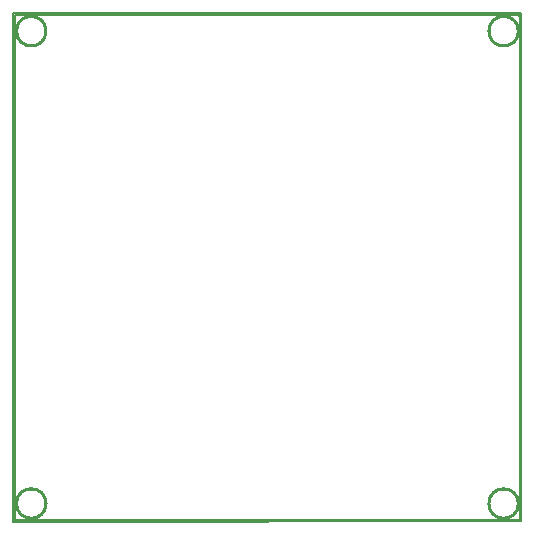
<source format=gko>
%FSLAX25Y25*%
%MOIN*%
G70*
G01*
G75*
G04 Layer_Color=65280*
%ADD10C,0.01500*%
%ADD11C,0.02000*%
%ADD12R,0.02362X0.02362*%
%ADD13R,0.05000X0.07874*%
%ADD14R,0.05000X0.05000*%
%ADD15R,0.04800X0.05600*%
%ADD16R,0.02362X0.02362*%
%ADD17R,0.02756X0.03347*%
%ADD18O,0.06299X0.01181*%
%ADD19O,0.01181X0.06299*%
%ADD20R,0.06299X0.01181*%
%ADD21C,0.03937*%
G04:AMPARAMS|DCode=22|XSize=41.34mil|YSize=86.61mil|CornerRadius=6.2mil|HoleSize=0mil|Usage=FLASHONLY|Rotation=0.000|XOffset=0mil|YOffset=0mil|HoleType=Round|Shape=RoundedRectangle|*
%AMROUNDEDRECTD22*
21,1,0.04134,0.07421,0,0,0.0*
21,1,0.02894,0.08661,0,0,0.0*
1,1,0.01240,0.01447,-0.03711*
1,1,0.01240,-0.01447,-0.03711*
1,1,0.01240,-0.01447,0.03711*
1,1,0.01240,0.01447,0.03711*
%
%ADD22ROUNDEDRECTD22*%
G04:AMPARAMS|DCode=23|XSize=39.37mil|YSize=41.34mil|CornerRadius=5.91mil|HoleSize=0mil|Usage=FLASHONLY|Rotation=0.000|XOffset=0mil|YOffset=0mil|HoleType=Round|Shape=RoundedRectangle|*
%AMROUNDEDRECTD23*
21,1,0.03937,0.02953,0,0,0.0*
21,1,0.02756,0.04134,0,0,0.0*
1,1,0.01181,0.01378,-0.01476*
1,1,0.01181,-0.01378,-0.01476*
1,1,0.01181,-0.01378,0.01476*
1,1,0.01181,0.01378,0.01476*
%
%ADD23ROUNDEDRECTD23*%
%ADD24R,0.00984X0.01083*%
%ADD25R,0.01083X0.00984*%
%ADD26R,0.03347X0.02756*%
%ADD27R,0.01890X0.01181*%
%ADD28R,0.01181X0.01890*%
%ADD29R,0.00984X0.01083*%
%ADD30R,0.01083X0.00984*%
%ADD31R,0.00787X0.01378*%
%ADD32R,0.01181X0.01378*%
%ADD33R,0.00984X0.01378*%
%ADD34R,0.01181X0.01181*%
%ADD35R,0.03937X0.02362*%
%ADD36R,0.03937X0.03150*%
%ADD37R,0.03150X0.03937*%
%ADD38R,0.09843X0.11811*%
%ADD39O,0.07087X0.02362*%
%ADD40O,0.02362X0.07087*%
%ADD41C,0.00800*%
%ADD42C,0.01000*%
%ADD43C,0.00500*%
%ADD44C,0.00600*%
%ADD45R,0.12000X0.09600*%
%ADD46C,0.02000*%
%ADD47C,0.04000*%
%ADD48C,0.03000*%
%ADD49C,0.05000*%
%ADD50C,0.04000*%
%ADD51C,0.03000*%
%ADD52R,0.05906X0.03150*%
%ADD53R,0.07874X0.07087*%
%ADD54R,0.05906X0.05118*%
%ADD55R,0.02362X0.03937*%
%ADD56R,0.07874X0.07874*%
%ADD57P,0.03341X4X90.0*%
%ADD58R,0.09843X0.01969*%
%ADD59O,0.03937X0.07874*%
%ADD60R,0.08661X0.11811*%
G04:AMPARAMS|DCode=61|XSize=45mil|YSize=65mil|CornerRadius=5.63mil|HoleSize=0mil|Usage=FLASHONLY|Rotation=0.000|XOffset=0mil|YOffset=0mil|HoleType=Round|Shape=RoundedRectangle|*
%AMROUNDEDRECTD61*
21,1,0.04500,0.05375,0,0,0.0*
21,1,0.03375,0.06500,0,0,0.0*
1,1,0.01125,0.01688,-0.02688*
1,1,0.01125,-0.01688,-0.02688*
1,1,0.01125,-0.01688,0.02688*
1,1,0.01125,0.01688,0.02688*
%
%ADD61ROUNDEDRECTD61*%
%ADD62O,0.02953X0.01772*%
%ADD63R,0.11811X0.19685*%
%ADD64O,0.08661X0.02362*%
%ADD65R,0.07087X0.04331*%
%ADD66O,0.01378X0.02756*%
%ADD67R,0.05118X0.03937*%
%ADD68R,0.01200X0.01800*%
%ADD69R,0.02559X0.04921*%
%ADD70R,0.03937X0.05118*%
%ADD71R,0.04921X0.02559*%
%ADD72C,0.00787*%
%ADD73O,0.07874X0.03937*%
%ADD74R,0.10738X0.04200*%
%ADD75C,0.01200*%
%ADD76C,0.00300*%
%ADD77C,0.00400*%
%ADD78R,0.35200X0.19400*%
%ADD79R,0.02228X0.02472*%
%ADD80R,0.03162X0.03162*%
%ADD81R,0.05800X0.08674*%
%ADD82R,0.05800X0.05800*%
%ADD83R,0.05600X0.06400*%
%ADD84R,0.03162X0.03162*%
%ADD85R,0.03556X0.04147*%
%ADD86O,0.07099X0.01981*%
%ADD87O,0.01981X0.07099*%
%ADD88R,0.07099X0.01981*%
%ADD89C,0.04737*%
G04:AMPARAMS|DCode=90|XSize=49.34mil|YSize=94.61mil|CornerRadius=7.4mil|HoleSize=0mil|Usage=FLASHONLY|Rotation=0.000|XOffset=0mil|YOffset=0mil|HoleType=Round|Shape=RoundedRectangle|*
%AMROUNDEDRECTD90*
21,1,0.04934,0.07981,0,0,0.0*
21,1,0.03454,0.09461,0,0,0.0*
1,1,0.01480,0.01727,-0.03991*
1,1,0.01480,-0.01727,-0.03991*
1,1,0.01480,-0.01727,0.03991*
1,1,0.01480,0.01727,0.03991*
%
%ADD90ROUNDEDRECTD90*%
G04:AMPARAMS|DCode=91|XSize=47.37mil|YSize=49.34mil|CornerRadius=7.11mil|HoleSize=0mil|Usage=FLASHONLY|Rotation=0.000|XOffset=0mil|YOffset=0mil|HoleType=Round|Shape=RoundedRectangle|*
%AMROUNDEDRECTD91*
21,1,0.04737,0.03513,0,0,0.0*
21,1,0.03316,0.04934,0,0,0.0*
1,1,0.01421,0.01658,-0.01756*
1,1,0.01421,-0.01658,-0.01756*
1,1,0.01421,-0.01658,0.01756*
1,1,0.01421,0.01658,0.01756*
%
%ADD91ROUNDEDRECTD91*%
%ADD92R,0.01784X0.01883*%
%ADD93R,0.01883X0.01784*%
%ADD94R,0.04147X0.03556*%
%ADD95R,0.02690X0.01981*%
%ADD96R,0.01981X0.02690*%
%ADD97R,0.01784X0.01883*%
%ADD98R,0.01883X0.01784*%
%ADD99R,0.01587X0.02178*%
%ADD100R,0.01981X0.02178*%
%ADD101R,0.01784X0.02178*%
%ADD102R,0.01981X0.01981*%
%ADD103R,0.04737X0.03162*%
%ADD104R,0.04737X0.03950*%
%ADD105R,0.03950X0.04737*%
%ADD106R,0.10642X0.12611*%
%ADD107O,0.07887X0.03162*%
%ADD108O,0.03162X0.07887*%
%ADD109R,0.06706X0.03950*%
%ADD110R,0.08674X0.07887*%
%ADD111R,0.06706X0.05918*%
%ADD112R,0.03162X0.04737*%
%ADD113R,0.08674X0.08674*%
%ADD114P,0.04472X4X90.0*%
%ADD115R,0.10642X0.02769*%
%ADD116O,0.04737X0.08674*%
%ADD117R,0.09461X0.12611*%
G04:AMPARAMS|DCode=118|XSize=53mil|YSize=73mil|CornerRadius=6.63mil|HoleSize=0mil|Usage=FLASHONLY|Rotation=0.000|XOffset=0mil|YOffset=0mil|HoleType=Round|Shape=RoundedRectangle|*
%AMROUNDEDRECTD118*
21,1,0.05300,0.05975,0,0,0.0*
21,1,0.03975,0.07300,0,0,0.0*
1,1,0.01325,0.01988,-0.02988*
1,1,0.01325,-0.01988,-0.02988*
1,1,0.01325,-0.01988,0.02988*
1,1,0.01325,0.01988,0.02988*
%
%ADD118ROUNDEDRECTD118*%
%ADD119O,0.03753X0.02572*%
%ADD120R,0.12611X0.20485*%
%ADD121O,0.09461X0.03162*%
%ADD122R,0.07887X0.05131*%
%ADD123O,0.02178X0.03556*%
%ADD124R,0.05918X0.04737*%
%ADD125R,0.02000X0.02600*%
%ADD126R,0.03359X0.05721*%
%ADD127R,0.04737X0.05918*%
%ADD128R,0.05721X0.03359*%
%ADD129C,0.01587*%
%ADD130O,0.08674X0.04737*%
%ADD131C,0.00984*%
%ADD132C,0.02362*%
%ADD133C,0.01969*%
%ADD134C,0.00787*%
%ADD135C,0.00700*%
%ADD136R,0.01075X0.08000*%
%ADD137R,0.01575X0.11811*%
%ADD138R,0.00500X0.01500*%
%ADD139R,0.00600X0.02400*%
%ADD140R,0.00700X0.03600*%
%ADD141R,0.00800X0.04800*%
D43*
X168504Y163386D02*
G03*
X168504Y163386I-5118J0D01*
G01*
X11024Y5906D02*
G03*
X11024Y5906I-5118J0D01*
G01*
Y163386D02*
G03*
X11024Y163386I-5118J0D01*
G01*
X168504Y5906D02*
G03*
X168504Y5906I-5118J0D01*
G01*
X394Y394D02*
X168898D01*
X394D02*
Y168898D01*
X168898D01*
Y394D02*
Y168898D01*
X10630Y5906D02*
G03*
X10630Y5906I-4724J0D01*
G01*
X168110Y163386D02*
G03*
X168110Y163386I-4724J0D01*
G01*
X10630D02*
G03*
X10630Y163386I-4724J0D01*
G01*
X168110Y5906D02*
G03*
X168110Y5906I-4724J0D01*
G01*
X0Y-74D02*
X169291Y-0D01*
Y169291D01*
X-0D02*
X0Y0D01*
X-0Y169291D02*
X169291D01*
X168484Y168484D02*
X169291Y169291D01*
M02*

</source>
